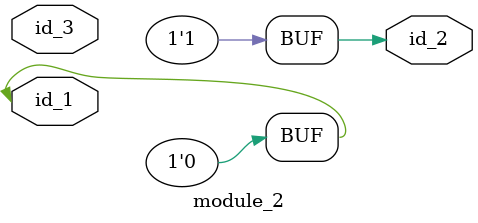
<source format=v>
module module_0 ();
  localparam id_1 = id_1;
  wire id_2, id_3;
  wire id_4, id_5;
  module_2 modCall_1 (
      id_4,
      id_4,
      id_5
  );
endmodule
module module_1;
  assign id_1 = id_1;
  always id_2 = id_2;
  module_0 modCall_1 ();
  wire id_3, id_4;
endmodule
module module_2 (
    id_1,
    id_2,
    id_3
);
  input wire id_3;
  output wire id_2;
  inout wire id_1;
  assign id_2 = 1;
  assign id_1 = 1'd0;
endmodule
module module_3 (
    id_1,
    id_2,
    id_3,
    id_4,
    id_5
);
  input wire id_5;
  output wire id_4;
  inout wire id_3;
  inout wire id_2;
  output wire id_1;
  wire id_6, id_7;
  module_2 modCall_1 (
      id_7,
      id_6,
      id_7
  );
endmodule

</source>
